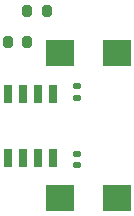
<source format=gtp>
G04 #@! TF.GenerationSoftware,KiCad,Pcbnew,8.0.8*
G04 #@! TF.CreationDate,2025-02-12T17:11:10-06:00*
G04 #@! TF.ProjectId,Tunnleing_Amp,54756e6e-6c65-4696-9e67-5f416d702e6b,rev?*
G04 #@! TF.SameCoordinates,Original*
G04 #@! TF.FileFunction,Paste,Top*
G04 #@! TF.FilePolarity,Positive*
%FSLAX46Y46*%
G04 Gerber Fmt 4.6, Leading zero omitted, Abs format (unit mm)*
G04 Created by KiCad (PCBNEW 8.0.8) date 2025-02-12 17:11:10*
%MOMM*%
%LPD*%
G01*
G04 APERTURE LIST*
G04 Aperture macros list*
%AMRoundRect*
0 Rectangle with rounded corners*
0 $1 Rounding radius*
0 $2 $3 $4 $5 $6 $7 $8 $9 X,Y pos of 4 corners*
0 Add a 4 corners polygon primitive as box body*
4,1,4,$2,$3,$4,$5,$6,$7,$8,$9,$2,$3,0*
0 Add four circle primitives for the rounded corners*
1,1,$1+$1,$2,$3*
1,1,$1+$1,$4,$5*
1,1,$1+$1,$6,$7*
1,1,$1+$1,$8,$9*
0 Add four rect primitives between the rounded corners*
20,1,$1+$1,$2,$3,$4,$5,0*
20,1,$1+$1,$4,$5,$6,$7,0*
20,1,$1+$1,$6,$7,$8,$9,0*
20,1,$1+$1,$8,$9,$2,$3,0*%
G04 Aperture macros list end*
%ADD10R,2.350000X2.250000*%
%ADD11RoundRect,0.140000X-0.170000X0.140000X-0.170000X-0.140000X0.170000X-0.140000X0.170000X0.140000X0*%
%ADD12R,0.650000X1.528000*%
%ADD13RoundRect,0.200000X-0.200000X-0.275000X0.200000X-0.275000X0.200000X0.275000X-0.200000X0.275000X0*%
%ADD14RoundRect,0.140000X0.170000X-0.140000X0.170000X0.140000X-0.170000X0.140000X-0.170000X-0.140000X0*%
G04 APERTURE END LIST*
D10*
X104450000Y-65700000D03*
X109350000Y-65700000D03*
D11*
X105900000Y-56270000D03*
X105900000Y-57230000D03*
D12*
X100095000Y-62311000D03*
X101365000Y-62311000D03*
X102635000Y-62311000D03*
X103905000Y-62311000D03*
X103905000Y-56889000D03*
X102635000Y-56889000D03*
X101365000Y-56889000D03*
X100095000Y-56889000D03*
D13*
X100075000Y-52500000D03*
X101725000Y-52500000D03*
D14*
X105900000Y-62930000D03*
X105900000Y-61970000D03*
D10*
X104450000Y-53500000D03*
X109350000Y-53500000D03*
D13*
X101725000Y-49900000D03*
X103375000Y-49900000D03*
M02*

</source>
